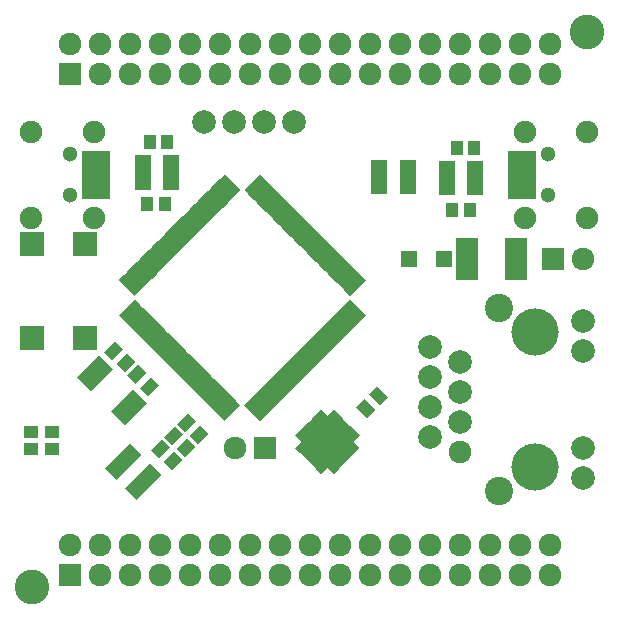
<source format=gts>
G04 #@! TF.FileFunction,Soldermask,Top*
%FSLAX46Y46*%
G04 Gerber Fmt 4.6, Leading zero omitted, Abs format (unit mm)*
G04 Created by KiCad (PCBNEW 4.0.7) date 01/23/18 17:02:15*
%MOMM*%
%LPD*%
G01*
G04 APERTURE LIST*
%ADD10C,0.100000*%
%ADD11R,1.400000X1.100000*%
%ADD12C,1.924000*%
%ADD13C,2.000000*%
%ADD14C,4.000000*%
%ADD15C,2.400000*%
%ADD16R,2.400000X0.900000*%
%ADD17C,1.300000*%
%ADD18C,1.900000*%
%ADD19R,1.924000X1.924000*%
%ADD20R,1.300000X1.000000*%
%ADD21R,1.400000X1.400000*%
%ADD22R,1.900000X3.600000*%
%ADD23R,2.000000X2.000000*%
%ADD24C,2.940000*%
%ADD25R,1.000000X1.300000*%
G04 APERTURE END LIST*
D10*
G36*
X7556497Y21424264D02*
X8475736Y22343503D01*
X9182843Y21636396D01*
X8263604Y20717157D01*
X7556497Y21424264D01*
X7556497Y21424264D01*
G37*
G36*
X8617157Y20363604D02*
X9536396Y21282843D01*
X10243503Y20575736D01*
X9324264Y19656497D01*
X8617157Y20363604D01*
X8617157Y20363604D01*
G37*
G36*
X12243503Y18575736D02*
X11324264Y17656497D01*
X10617157Y18363604D01*
X11536396Y19282843D01*
X12243503Y18575736D01*
X12243503Y18575736D01*
G37*
G36*
X11182843Y19636396D02*
X10263604Y18717157D01*
X9556497Y19424264D01*
X10475736Y20343503D01*
X11182843Y19636396D01*
X11182843Y19636396D01*
G37*
D11*
X36600000Y37050000D03*
X36600000Y36100000D03*
X36600000Y35150000D03*
X39000000Y35150000D03*
X39000000Y36100000D03*
X39000000Y37050000D03*
X13300000Y35650000D03*
X13300000Y36600000D03*
X13300000Y37550000D03*
X10900000Y37550000D03*
X10900000Y36600000D03*
X10900000Y35650000D03*
D12*
X37700000Y12900000D03*
D13*
X35160000Y14170000D03*
X37700000Y15440000D03*
X35160000Y16710000D03*
X37700000Y17980000D03*
X35160000Y19250000D03*
X37700000Y20520000D03*
X35160000Y21790000D03*
X48110000Y10720000D03*
X48110000Y13260000D03*
X48110000Y21430000D03*
X48110000Y23970000D03*
D14*
X44050000Y11630000D03*
X44050000Y23060000D03*
D15*
X41000000Y9600000D03*
X41000000Y25090000D03*
D16*
X42950000Y36400000D03*
X42950000Y37200000D03*
X42950000Y38000000D03*
X42950000Y34800000D03*
X42950000Y35600000D03*
D17*
X45200000Y34650000D03*
X45200000Y38150000D03*
D18*
X43200000Y32750000D03*
X43200000Y40050000D03*
X48500000Y32750000D03*
X48500000Y40050000D03*
D16*
X6950000Y36400000D03*
X6950000Y35600000D03*
X6950000Y34800000D03*
X6950000Y38000000D03*
X6950000Y37200000D03*
D17*
X4700000Y38150000D03*
X4700000Y34650000D03*
D18*
X6700000Y40050000D03*
X6700000Y32750000D03*
X1400000Y40050000D03*
X1400000Y32750000D03*
D10*
G36*
X10655619Y25381282D02*
X9312116Y24037779D01*
X8852497Y24497398D01*
X10196000Y25840901D01*
X10655619Y25381282D01*
X10655619Y25381282D01*
G37*
G36*
X11009173Y25027728D02*
X9665670Y23684225D01*
X9206051Y24143844D01*
X10549554Y25487347D01*
X11009173Y25027728D01*
X11009173Y25027728D01*
G37*
G36*
X11362726Y24674175D02*
X10019223Y23330672D01*
X9559604Y23790291D01*
X10903107Y25133794D01*
X11362726Y24674175D01*
X11362726Y24674175D01*
G37*
G36*
X11716280Y24320622D02*
X10372777Y22977119D01*
X9913158Y23436738D01*
X11256661Y24780241D01*
X11716280Y24320622D01*
X11716280Y24320622D01*
G37*
G36*
X12069833Y23967068D02*
X10726330Y22623565D01*
X10266711Y23083184D01*
X11610214Y24426687D01*
X12069833Y23967068D01*
X12069833Y23967068D01*
G37*
G36*
X12423386Y23613515D02*
X11079883Y22270012D01*
X10620264Y22729631D01*
X11963767Y24073134D01*
X12423386Y23613515D01*
X12423386Y23613515D01*
G37*
G36*
X12776940Y23259961D02*
X11433437Y21916458D01*
X10973818Y22376077D01*
X12317321Y23719580D01*
X12776940Y23259961D01*
X12776940Y23259961D01*
G37*
G36*
X13130493Y22906408D02*
X11786990Y21562905D01*
X11327371Y22022524D01*
X12670874Y23366027D01*
X13130493Y22906408D01*
X13130493Y22906408D01*
G37*
G36*
X13484047Y22552855D02*
X12140544Y21209352D01*
X11680925Y21668971D01*
X13024428Y23012474D01*
X13484047Y22552855D01*
X13484047Y22552855D01*
G37*
G36*
X13837600Y22199301D02*
X12494097Y20855798D01*
X12034478Y21315417D01*
X13377981Y22658920D01*
X13837600Y22199301D01*
X13837600Y22199301D01*
G37*
G36*
X14191153Y21845748D02*
X12847650Y20502245D01*
X12388031Y20961864D01*
X13731534Y22305367D01*
X14191153Y21845748D01*
X14191153Y21845748D01*
G37*
G36*
X14544707Y21492195D02*
X13201204Y20148692D01*
X12741585Y20608311D01*
X14085088Y21951814D01*
X14544707Y21492195D01*
X14544707Y21492195D01*
G37*
G36*
X14898260Y21138641D02*
X13554757Y19795138D01*
X13095138Y20254757D01*
X14438641Y21598260D01*
X14898260Y21138641D01*
X14898260Y21138641D01*
G37*
G36*
X15251814Y20785088D02*
X13908311Y19441585D01*
X13448692Y19901204D01*
X14792195Y21244707D01*
X15251814Y20785088D01*
X15251814Y20785088D01*
G37*
G36*
X15605367Y20431534D02*
X14261864Y19088031D01*
X13802245Y19547650D01*
X15145748Y20891153D01*
X15605367Y20431534D01*
X15605367Y20431534D01*
G37*
G36*
X15958920Y20077981D02*
X14615417Y18734478D01*
X14155798Y19194097D01*
X15499301Y20537600D01*
X15958920Y20077981D01*
X15958920Y20077981D01*
G37*
G36*
X16312474Y19724428D02*
X14968971Y18380925D01*
X14509352Y18840544D01*
X15852855Y20184047D01*
X16312474Y19724428D01*
X16312474Y19724428D01*
G37*
G36*
X16666027Y19370874D02*
X15322524Y18027371D01*
X14862905Y18486990D01*
X16206408Y19830493D01*
X16666027Y19370874D01*
X16666027Y19370874D01*
G37*
G36*
X17019580Y19017321D02*
X15676077Y17673818D01*
X15216458Y18133437D01*
X16559961Y19476940D01*
X17019580Y19017321D01*
X17019580Y19017321D01*
G37*
G36*
X17373134Y18663767D02*
X16029631Y17320264D01*
X15570012Y17779883D01*
X16913515Y19123386D01*
X17373134Y18663767D01*
X17373134Y18663767D01*
G37*
G36*
X17726687Y18310214D02*
X16383184Y16966711D01*
X15923565Y17426330D01*
X17267068Y18769833D01*
X17726687Y18310214D01*
X17726687Y18310214D01*
G37*
G36*
X18080241Y17956661D02*
X16736738Y16613158D01*
X16277119Y17072777D01*
X17620622Y18416280D01*
X18080241Y17956661D01*
X18080241Y17956661D01*
G37*
G36*
X18433794Y17603107D02*
X17090291Y16259604D01*
X16630672Y16719223D01*
X17974175Y18062726D01*
X18433794Y17603107D01*
X18433794Y17603107D01*
G37*
G36*
X18787347Y17249554D02*
X17443844Y15906051D01*
X16984225Y16365670D01*
X18327728Y17709173D01*
X18787347Y17249554D01*
X18787347Y17249554D01*
G37*
G36*
X19140901Y16896000D02*
X17797398Y15552497D01*
X17337779Y16012116D01*
X18681282Y17355619D01*
X19140901Y16896000D01*
X19140901Y16896000D01*
G37*
G36*
X20802602Y15552497D02*
X19459099Y16896000D01*
X19918718Y17355619D01*
X21262221Y16012116D01*
X20802602Y15552497D01*
X20802602Y15552497D01*
G37*
G36*
X21156156Y15906051D02*
X19812653Y17249554D01*
X20272272Y17709173D01*
X21615775Y16365670D01*
X21156156Y15906051D01*
X21156156Y15906051D01*
G37*
G36*
X21509709Y16259604D02*
X20166206Y17603107D01*
X20625825Y18062726D01*
X21969328Y16719223D01*
X21509709Y16259604D01*
X21509709Y16259604D01*
G37*
G36*
X21863262Y16613158D02*
X20519759Y17956661D01*
X20979378Y18416280D01*
X22322881Y17072777D01*
X21863262Y16613158D01*
X21863262Y16613158D01*
G37*
G36*
X22216816Y16966711D02*
X20873313Y18310214D01*
X21332932Y18769833D01*
X22676435Y17426330D01*
X22216816Y16966711D01*
X22216816Y16966711D01*
G37*
G36*
X22570369Y17320264D02*
X21226866Y18663767D01*
X21686485Y19123386D01*
X23029988Y17779883D01*
X22570369Y17320264D01*
X22570369Y17320264D01*
G37*
G36*
X22923923Y17673818D02*
X21580420Y19017321D01*
X22040039Y19476940D01*
X23383542Y18133437D01*
X22923923Y17673818D01*
X22923923Y17673818D01*
G37*
G36*
X23277476Y18027371D02*
X21933973Y19370874D01*
X22393592Y19830493D01*
X23737095Y18486990D01*
X23277476Y18027371D01*
X23277476Y18027371D01*
G37*
G36*
X23631029Y18380925D02*
X22287526Y19724428D01*
X22747145Y20184047D01*
X24090648Y18840544D01*
X23631029Y18380925D01*
X23631029Y18380925D01*
G37*
G36*
X23984583Y18734478D02*
X22641080Y20077981D01*
X23100699Y20537600D01*
X24444202Y19194097D01*
X23984583Y18734478D01*
X23984583Y18734478D01*
G37*
G36*
X24338136Y19088031D02*
X22994633Y20431534D01*
X23454252Y20891153D01*
X24797755Y19547650D01*
X24338136Y19088031D01*
X24338136Y19088031D01*
G37*
G36*
X24691689Y19441585D02*
X23348186Y20785088D01*
X23807805Y21244707D01*
X25151308Y19901204D01*
X24691689Y19441585D01*
X24691689Y19441585D01*
G37*
G36*
X25045243Y19795138D02*
X23701740Y21138641D01*
X24161359Y21598260D01*
X25504862Y20254757D01*
X25045243Y19795138D01*
X25045243Y19795138D01*
G37*
G36*
X25398796Y20148692D02*
X24055293Y21492195D01*
X24514912Y21951814D01*
X25858415Y20608311D01*
X25398796Y20148692D01*
X25398796Y20148692D01*
G37*
G36*
X25752350Y20502245D02*
X24408847Y21845748D01*
X24868466Y22305367D01*
X26211969Y20961864D01*
X25752350Y20502245D01*
X25752350Y20502245D01*
G37*
G36*
X26105903Y20855798D02*
X24762400Y22199301D01*
X25222019Y22658920D01*
X26565522Y21315417D01*
X26105903Y20855798D01*
X26105903Y20855798D01*
G37*
G36*
X26459456Y21209352D02*
X25115953Y22552855D01*
X25575572Y23012474D01*
X26919075Y21668971D01*
X26459456Y21209352D01*
X26459456Y21209352D01*
G37*
G36*
X26813010Y21562905D02*
X25469507Y22906408D01*
X25929126Y23366027D01*
X27272629Y22022524D01*
X26813010Y21562905D01*
X26813010Y21562905D01*
G37*
G36*
X27166563Y21916458D02*
X25823060Y23259961D01*
X26282679Y23719580D01*
X27626182Y22376077D01*
X27166563Y21916458D01*
X27166563Y21916458D01*
G37*
G36*
X27520117Y22270012D02*
X26176614Y23613515D01*
X26636233Y24073134D01*
X27979736Y22729631D01*
X27520117Y22270012D01*
X27520117Y22270012D01*
G37*
G36*
X27873670Y22623565D02*
X26530167Y23967068D01*
X26989786Y24426687D01*
X28333289Y23083184D01*
X27873670Y22623565D01*
X27873670Y22623565D01*
G37*
G36*
X28227223Y22977119D02*
X26883720Y24320622D01*
X27343339Y24780241D01*
X28686842Y23436738D01*
X28227223Y22977119D01*
X28227223Y22977119D01*
G37*
G36*
X28580777Y23330672D02*
X27237274Y24674175D01*
X27696893Y25133794D01*
X29040396Y23790291D01*
X28580777Y23330672D01*
X28580777Y23330672D01*
G37*
G36*
X28934330Y23684225D02*
X27590827Y25027728D01*
X28050446Y25487347D01*
X29393949Y24143844D01*
X28934330Y23684225D01*
X28934330Y23684225D01*
G37*
G36*
X29287884Y24037779D02*
X27944381Y25381282D01*
X28404000Y25840901D01*
X29747503Y24497398D01*
X29287884Y24037779D01*
X29287884Y24037779D01*
G37*
G36*
X29747503Y27502602D02*
X28404000Y26159099D01*
X27944381Y26618718D01*
X29287884Y27962221D01*
X29747503Y27502602D01*
X29747503Y27502602D01*
G37*
G36*
X29393949Y27856156D02*
X28050446Y26512653D01*
X27590827Y26972272D01*
X28934330Y28315775D01*
X29393949Y27856156D01*
X29393949Y27856156D01*
G37*
G36*
X29040396Y28209709D02*
X27696893Y26866206D01*
X27237274Y27325825D01*
X28580777Y28669328D01*
X29040396Y28209709D01*
X29040396Y28209709D01*
G37*
G36*
X28686842Y28563262D02*
X27343339Y27219759D01*
X26883720Y27679378D01*
X28227223Y29022881D01*
X28686842Y28563262D01*
X28686842Y28563262D01*
G37*
G36*
X28333289Y28916816D02*
X26989786Y27573313D01*
X26530167Y28032932D01*
X27873670Y29376435D01*
X28333289Y28916816D01*
X28333289Y28916816D01*
G37*
G36*
X27979736Y29270369D02*
X26636233Y27926866D01*
X26176614Y28386485D01*
X27520117Y29729988D01*
X27979736Y29270369D01*
X27979736Y29270369D01*
G37*
G36*
X27626182Y29623923D02*
X26282679Y28280420D01*
X25823060Y28740039D01*
X27166563Y30083542D01*
X27626182Y29623923D01*
X27626182Y29623923D01*
G37*
G36*
X27272629Y29977476D02*
X25929126Y28633973D01*
X25469507Y29093592D01*
X26813010Y30437095D01*
X27272629Y29977476D01*
X27272629Y29977476D01*
G37*
G36*
X26919075Y30331029D02*
X25575572Y28987526D01*
X25115953Y29447145D01*
X26459456Y30790648D01*
X26919075Y30331029D01*
X26919075Y30331029D01*
G37*
G36*
X26565522Y30684583D02*
X25222019Y29341080D01*
X24762400Y29800699D01*
X26105903Y31144202D01*
X26565522Y30684583D01*
X26565522Y30684583D01*
G37*
G36*
X26211969Y31038136D02*
X24868466Y29694633D01*
X24408847Y30154252D01*
X25752350Y31497755D01*
X26211969Y31038136D01*
X26211969Y31038136D01*
G37*
G36*
X25858415Y31391689D02*
X24514912Y30048186D01*
X24055293Y30507805D01*
X25398796Y31851308D01*
X25858415Y31391689D01*
X25858415Y31391689D01*
G37*
G36*
X25504862Y31745243D02*
X24161359Y30401740D01*
X23701740Y30861359D01*
X25045243Y32204862D01*
X25504862Y31745243D01*
X25504862Y31745243D01*
G37*
G36*
X25151308Y32098796D02*
X23807805Y30755293D01*
X23348186Y31214912D01*
X24691689Y32558415D01*
X25151308Y32098796D01*
X25151308Y32098796D01*
G37*
G36*
X24797755Y32452350D02*
X23454252Y31108847D01*
X22994633Y31568466D01*
X24338136Y32911969D01*
X24797755Y32452350D01*
X24797755Y32452350D01*
G37*
G36*
X24444202Y32805903D02*
X23100699Y31462400D01*
X22641080Y31922019D01*
X23984583Y33265522D01*
X24444202Y32805903D01*
X24444202Y32805903D01*
G37*
G36*
X24090648Y33159456D02*
X22747145Y31815953D01*
X22287526Y32275572D01*
X23631029Y33619075D01*
X24090648Y33159456D01*
X24090648Y33159456D01*
G37*
G36*
X23737095Y33513010D02*
X22393592Y32169507D01*
X21933973Y32629126D01*
X23277476Y33972629D01*
X23737095Y33513010D01*
X23737095Y33513010D01*
G37*
G36*
X23383542Y33866563D02*
X22040039Y32523060D01*
X21580420Y32982679D01*
X22923923Y34326182D01*
X23383542Y33866563D01*
X23383542Y33866563D01*
G37*
G36*
X23029988Y34220117D02*
X21686485Y32876614D01*
X21226866Y33336233D01*
X22570369Y34679736D01*
X23029988Y34220117D01*
X23029988Y34220117D01*
G37*
G36*
X22676435Y34573670D02*
X21332932Y33230167D01*
X20873313Y33689786D01*
X22216816Y35033289D01*
X22676435Y34573670D01*
X22676435Y34573670D01*
G37*
G36*
X22322881Y34927223D02*
X20979378Y33583720D01*
X20519759Y34043339D01*
X21863262Y35386842D01*
X22322881Y34927223D01*
X22322881Y34927223D01*
G37*
G36*
X21969328Y35280777D02*
X20625825Y33937274D01*
X20166206Y34396893D01*
X21509709Y35740396D01*
X21969328Y35280777D01*
X21969328Y35280777D01*
G37*
G36*
X21615775Y35634330D02*
X20272272Y34290827D01*
X19812653Y34750446D01*
X21156156Y36093949D01*
X21615775Y35634330D01*
X21615775Y35634330D01*
G37*
G36*
X21262221Y35987884D02*
X19918718Y34644381D01*
X19459099Y35104000D01*
X20802602Y36447503D01*
X21262221Y35987884D01*
X21262221Y35987884D01*
G37*
G36*
X18681282Y34644381D02*
X17337779Y35987884D01*
X17797398Y36447503D01*
X19140901Y35104000D01*
X18681282Y34644381D01*
X18681282Y34644381D01*
G37*
G36*
X18327728Y34290827D02*
X16984225Y35634330D01*
X17443844Y36093949D01*
X18787347Y34750446D01*
X18327728Y34290827D01*
X18327728Y34290827D01*
G37*
G36*
X17974175Y33937274D02*
X16630672Y35280777D01*
X17090291Y35740396D01*
X18433794Y34396893D01*
X17974175Y33937274D01*
X17974175Y33937274D01*
G37*
G36*
X17620622Y33583720D02*
X16277119Y34927223D01*
X16736738Y35386842D01*
X18080241Y34043339D01*
X17620622Y33583720D01*
X17620622Y33583720D01*
G37*
G36*
X17267068Y33230167D02*
X15923565Y34573670D01*
X16383184Y35033289D01*
X17726687Y33689786D01*
X17267068Y33230167D01*
X17267068Y33230167D01*
G37*
G36*
X16913515Y32876614D02*
X15570012Y34220117D01*
X16029631Y34679736D01*
X17373134Y33336233D01*
X16913515Y32876614D01*
X16913515Y32876614D01*
G37*
G36*
X16559961Y32523060D02*
X15216458Y33866563D01*
X15676077Y34326182D01*
X17019580Y32982679D01*
X16559961Y32523060D01*
X16559961Y32523060D01*
G37*
G36*
X16206408Y32169507D02*
X14862905Y33513010D01*
X15322524Y33972629D01*
X16666027Y32629126D01*
X16206408Y32169507D01*
X16206408Y32169507D01*
G37*
G36*
X15852855Y31815953D02*
X14509352Y33159456D01*
X14968971Y33619075D01*
X16312474Y32275572D01*
X15852855Y31815953D01*
X15852855Y31815953D01*
G37*
G36*
X15499301Y31462400D02*
X14155798Y32805903D01*
X14615417Y33265522D01*
X15958920Y31922019D01*
X15499301Y31462400D01*
X15499301Y31462400D01*
G37*
G36*
X15145748Y31108847D02*
X13802245Y32452350D01*
X14261864Y32911969D01*
X15605367Y31568466D01*
X15145748Y31108847D01*
X15145748Y31108847D01*
G37*
G36*
X14792195Y30755293D02*
X13448692Y32098796D01*
X13908311Y32558415D01*
X15251814Y31214912D01*
X14792195Y30755293D01*
X14792195Y30755293D01*
G37*
G36*
X14438641Y30401740D02*
X13095138Y31745243D01*
X13554757Y32204862D01*
X14898260Y30861359D01*
X14438641Y30401740D01*
X14438641Y30401740D01*
G37*
G36*
X14085088Y30048186D02*
X12741585Y31391689D01*
X13201204Y31851308D01*
X14544707Y30507805D01*
X14085088Y30048186D01*
X14085088Y30048186D01*
G37*
G36*
X13731534Y29694633D02*
X12388031Y31038136D01*
X12847650Y31497755D01*
X14191153Y30154252D01*
X13731534Y29694633D01*
X13731534Y29694633D01*
G37*
G36*
X13377981Y29341080D02*
X12034478Y30684583D01*
X12494097Y31144202D01*
X13837600Y29800699D01*
X13377981Y29341080D01*
X13377981Y29341080D01*
G37*
G36*
X13024428Y28987526D02*
X11680925Y30331029D01*
X12140544Y30790648D01*
X13484047Y29447145D01*
X13024428Y28987526D01*
X13024428Y28987526D01*
G37*
G36*
X12670874Y28633973D02*
X11327371Y29977476D01*
X11786990Y30437095D01*
X13130493Y29093592D01*
X12670874Y28633973D01*
X12670874Y28633973D01*
G37*
G36*
X12317321Y28280420D02*
X10973818Y29623923D01*
X11433437Y30083542D01*
X12776940Y28740039D01*
X12317321Y28280420D01*
X12317321Y28280420D01*
G37*
G36*
X11963767Y27926866D02*
X10620264Y29270369D01*
X11079883Y29729988D01*
X12423386Y28386485D01*
X11963767Y27926866D01*
X11963767Y27926866D01*
G37*
G36*
X11610214Y27573313D02*
X10266711Y28916816D01*
X10726330Y29376435D01*
X12069833Y28032932D01*
X11610214Y27573313D01*
X11610214Y27573313D01*
G37*
G36*
X11256661Y27219759D02*
X9913158Y28563262D01*
X10372777Y29022881D01*
X11716280Y27679378D01*
X11256661Y27219759D01*
X11256661Y27219759D01*
G37*
G36*
X10903107Y26866206D02*
X9559604Y28209709D01*
X10019223Y28669328D01*
X11362726Y27325825D01*
X10903107Y26866206D01*
X10903107Y26866206D01*
G37*
G36*
X10549554Y26512653D02*
X9206051Y27856156D01*
X9665670Y28315775D01*
X11009173Y26972272D01*
X10549554Y26512653D01*
X10549554Y26512653D01*
G37*
G36*
X10196000Y26159099D02*
X8852497Y27502602D01*
X9312116Y27962221D01*
X10655619Y26618718D01*
X10196000Y26159099D01*
X10196000Y26159099D01*
G37*
G36*
X27475807Y11508974D02*
X27023259Y11056426D01*
X26386863Y11692822D01*
X26839411Y12145370D01*
X27475807Y11508974D01*
X27475807Y11508974D01*
G37*
G36*
X27829361Y11862527D02*
X27376813Y11409979D01*
X26740417Y12046375D01*
X27192965Y12498923D01*
X27829361Y11862527D01*
X27829361Y11862527D01*
G37*
G36*
X28182914Y12216081D02*
X27730366Y11763533D01*
X27093970Y12399929D01*
X27546518Y12852477D01*
X28182914Y12216081D01*
X28182914Y12216081D01*
G37*
G36*
X28536467Y12569634D02*
X28083919Y12117086D01*
X27447523Y12753482D01*
X27900071Y13206030D01*
X28536467Y12569634D01*
X28536467Y12569634D01*
G37*
G36*
X28890021Y12923187D02*
X28437473Y12470639D01*
X27801077Y13107035D01*
X28253625Y13559583D01*
X28890021Y12923187D01*
X28890021Y12923187D01*
G37*
G36*
X29243574Y13276741D02*
X28791026Y12824193D01*
X28154630Y13460589D01*
X28607178Y13913137D01*
X29243574Y13276741D01*
X29243574Y13276741D01*
G37*
G36*
X28791026Y14775807D02*
X29243574Y14323259D01*
X28607178Y13686863D01*
X28154630Y14139411D01*
X28791026Y14775807D01*
X28791026Y14775807D01*
G37*
G36*
X28437473Y15129361D02*
X28890021Y14676813D01*
X28253625Y14040417D01*
X27801077Y14492965D01*
X28437473Y15129361D01*
X28437473Y15129361D01*
G37*
G36*
X28083919Y15482914D02*
X28536467Y15030366D01*
X27900071Y14393970D01*
X27447523Y14846518D01*
X28083919Y15482914D01*
X28083919Y15482914D01*
G37*
G36*
X27730366Y15836467D02*
X28182914Y15383919D01*
X27546518Y14747523D01*
X27093970Y15200071D01*
X27730366Y15836467D01*
X27730366Y15836467D01*
G37*
G36*
X27376813Y16190021D02*
X27829361Y15737473D01*
X27192965Y15101077D01*
X26740417Y15553625D01*
X27376813Y16190021D01*
X27376813Y16190021D01*
G37*
G36*
X27023259Y16543574D02*
X27475807Y16091026D01*
X26839411Y15454630D01*
X26386863Y15907178D01*
X27023259Y16543574D01*
X27023259Y16543574D01*
G37*
G36*
X26613137Y15907178D02*
X26160589Y15454630D01*
X25524193Y16091026D01*
X25976741Y16543574D01*
X26613137Y15907178D01*
X26613137Y15907178D01*
G37*
G36*
X26259583Y15553625D02*
X25807035Y15101077D01*
X25170639Y15737473D01*
X25623187Y16190021D01*
X26259583Y15553625D01*
X26259583Y15553625D01*
G37*
G36*
X25906030Y15200071D02*
X25453482Y14747523D01*
X24817086Y15383919D01*
X25269634Y15836467D01*
X25906030Y15200071D01*
X25906030Y15200071D01*
G37*
G36*
X25552477Y14846518D02*
X25099929Y14393970D01*
X24463533Y15030366D01*
X24916081Y15482914D01*
X25552477Y14846518D01*
X25552477Y14846518D01*
G37*
G36*
X25198923Y14492965D02*
X24746375Y14040417D01*
X24109979Y14676813D01*
X24562527Y15129361D01*
X25198923Y14492965D01*
X25198923Y14492965D01*
G37*
G36*
X24845370Y14139411D02*
X24392822Y13686863D01*
X23756426Y14323259D01*
X24208974Y14775807D01*
X24845370Y14139411D01*
X24845370Y14139411D01*
G37*
G36*
X24392822Y13913137D02*
X24845370Y13460589D01*
X24208974Y12824193D01*
X23756426Y13276741D01*
X24392822Y13913137D01*
X24392822Y13913137D01*
G37*
G36*
X24746375Y13559583D02*
X25198923Y13107035D01*
X24562527Y12470639D01*
X24109979Y12923187D01*
X24746375Y13559583D01*
X24746375Y13559583D01*
G37*
G36*
X25099929Y13206030D02*
X25552477Y12753482D01*
X24916081Y12117086D01*
X24463533Y12569634D01*
X25099929Y13206030D01*
X25099929Y13206030D01*
G37*
G36*
X25453482Y12852477D02*
X25906030Y12399929D01*
X25269634Y11763533D01*
X24817086Y12216081D01*
X25453482Y12852477D01*
X25453482Y12852477D01*
G37*
G36*
X25807035Y12498923D02*
X26259583Y12046375D01*
X25623187Y11409979D01*
X25170639Y11862527D01*
X25807035Y12498923D01*
X25807035Y12498923D01*
G37*
G36*
X26160589Y12145370D02*
X26613137Y11692822D01*
X25976741Y11056426D01*
X25524193Y11508974D01*
X26160589Y12145370D01*
X26160589Y12145370D01*
G37*
G36*
X26500000Y15921320D02*
X28621320Y13800000D01*
X26500000Y11678680D01*
X24378680Y13800000D01*
X26500000Y15921320D01*
X26500000Y15921320D01*
G37*
D11*
X30900000Y37150000D03*
X30900000Y36200000D03*
X30900000Y35250000D03*
X33300000Y35250000D03*
X33300000Y36200000D03*
X33300000Y37150000D03*
D10*
G36*
X5286862Y19267731D02*
X7132269Y21113138D01*
X8313138Y19932269D01*
X6467731Y18086862D01*
X5286862Y19267731D01*
X5286862Y19267731D01*
G37*
G36*
X8160544Y16394049D02*
X10005951Y18239456D01*
X11186820Y17058587D01*
X9341413Y15213180D01*
X8160544Y16394049D01*
X8160544Y16394049D01*
G37*
D12*
X4700000Y5040000D03*
D19*
X4700000Y2500000D03*
D12*
X7240000Y5040000D03*
X7240000Y2500000D03*
X9780000Y5040000D03*
X9780000Y2500000D03*
X12320000Y5040000D03*
X12320000Y2500000D03*
X14860000Y5040000D03*
X14860000Y2500000D03*
X17400000Y5040000D03*
X17400000Y2500000D03*
X19940000Y5040000D03*
X19940000Y2500000D03*
X22480000Y5040000D03*
X22480000Y2500000D03*
X25020000Y5040000D03*
X25020000Y2500000D03*
X27560000Y5040000D03*
X27560000Y2500000D03*
X30100000Y5040000D03*
X30100000Y2500000D03*
X32640000Y5040000D03*
X32640000Y2500000D03*
X35180000Y5040000D03*
X35180000Y2500000D03*
X37720000Y5040000D03*
X37720000Y2500000D03*
X40260000Y5040000D03*
X40260000Y2500000D03*
X42800000Y5040000D03*
X42800000Y2500000D03*
X45340000Y5040000D03*
X45340000Y2500000D03*
X4700000Y47440000D03*
D19*
X4700000Y44900000D03*
D12*
X7240000Y47440000D03*
X7240000Y44900000D03*
X9780000Y47440000D03*
X9780000Y44900000D03*
X12320000Y47440000D03*
X12320000Y44900000D03*
X14860000Y47440000D03*
X14860000Y44900000D03*
X17400000Y47440000D03*
X17400000Y44900000D03*
X19940000Y47440000D03*
X19940000Y44900000D03*
X22480000Y47440000D03*
X22480000Y44900000D03*
X25020000Y47440000D03*
X25020000Y44900000D03*
X27560000Y47440000D03*
X27560000Y44900000D03*
X30100000Y47440000D03*
X30100000Y44900000D03*
X32640000Y47440000D03*
X32640000Y44900000D03*
X35180000Y47440000D03*
X35180000Y44900000D03*
X37720000Y47440000D03*
X37720000Y44900000D03*
X40260000Y47440000D03*
X40260000Y44900000D03*
X42800000Y47440000D03*
X42800000Y44900000D03*
X45340000Y47440000D03*
X45340000Y44900000D03*
D10*
G36*
X12656497Y14224264D02*
X13575736Y15143503D01*
X14282843Y14436396D01*
X13363604Y13517157D01*
X12656497Y14224264D01*
X12656497Y14224264D01*
G37*
G36*
X13717157Y13163604D02*
X14636396Y14082843D01*
X15343503Y13375736D01*
X14424264Y12456497D01*
X13717157Y13163604D01*
X13717157Y13163604D01*
G37*
G36*
X13756497Y15324264D02*
X14675736Y16243503D01*
X15382843Y15536396D01*
X14463604Y14617157D01*
X13756497Y15324264D01*
X13756497Y15324264D01*
G37*
G36*
X14817157Y14263604D02*
X15736396Y15182843D01*
X16443503Y14475736D01*
X15524264Y13556497D01*
X14817157Y14263604D01*
X14817157Y14263604D01*
G37*
D20*
X3200000Y14650000D03*
X3200000Y13150000D03*
X1400000Y14650000D03*
X1400000Y13150000D03*
D21*
X36400000Y29300000D03*
X33400000Y29300000D03*
D22*
X38300000Y29300000D03*
X42500000Y29300000D03*
D10*
G36*
X14243503Y12275736D02*
X13324264Y11356497D01*
X12617157Y12063604D01*
X13536396Y12982843D01*
X14243503Y12275736D01*
X14243503Y12275736D01*
G37*
G36*
X13182843Y13336396D02*
X12263604Y12417157D01*
X11556497Y13124264D01*
X12475736Y14043503D01*
X13182843Y13336396D01*
X13182843Y13336396D01*
G37*
D12*
X18660000Y13250000D03*
D19*
X21200000Y13250000D03*
D12*
X48140000Y29300000D03*
D19*
X45600000Y29300000D03*
D10*
G36*
X30724264Y18493503D02*
X31643503Y17574264D01*
X30936396Y16867157D01*
X30017157Y17786396D01*
X30724264Y18493503D01*
X30724264Y18493503D01*
G37*
G36*
X29663604Y17432843D02*
X30582843Y16513604D01*
X29875736Y15806497D01*
X28956497Y16725736D01*
X29663604Y17432843D01*
X29663604Y17432843D01*
G37*
G36*
X9768629Y13652691D02*
X10758578Y12662742D01*
X9980761Y11884925D01*
X8990812Y12874874D01*
X9768629Y13652691D01*
X9768629Y13652691D01*
G37*
G36*
X9096878Y12980939D02*
X10086827Y11990990D01*
X9309010Y11213173D01*
X8319061Y12203122D01*
X9096878Y12980939D01*
X9096878Y12980939D01*
G37*
G36*
X8425126Y12309188D02*
X9415075Y11319239D01*
X8637258Y10541422D01*
X7647309Y11531371D01*
X8425126Y12309188D01*
X8425126Y12309188D01*
G37*
G36*
X10122183Y10612132D02*
X11112132Y9622183D01*
X10334315Y8844366D01*
X9344366Y9834315D01*
X10122183Y10612132D01*
X10122183Y10612132D01*
G37*
G36*
X10793934Y11283883D02*
X11783883Y10293934D01*
X11006066Y9516117D01*
X10016117Y10506066D01*
X10793934Y11283883D01*
X10793934Y11283883D01*
G37*
G36*
X11465685Y11955634D02*
X12455634Y10965685D01*
X11677817Y10187868D01*
X10687868Y11177817D01*
X11465685Y11955634D01*
X11465685Y11955634D01*
G37*
D13*
X23700000Y40850000D03*
X21160000Y40850000D03*
X18620000Y40850000D03*
X16080000Y40850000D03*
D23*
X5950000Y30550000D03*
X5950000Y22550000D03*
X1450000Y30550000D03*
X1450000Y22550000D03*
D24*
X1500000Y1500000D03*
X48500000Y48500000D03*
D25*
X37050000Y33400000D03*
X38550000Y33400000D03*
X12950000Y39200000D03*
X11450000Y39200000D03*
X12750000Y33900000D03*
X11250000Y33900000D03*
X38950000Y38700000D03*
X37450000Y38700000D03*
M02*

</source>
